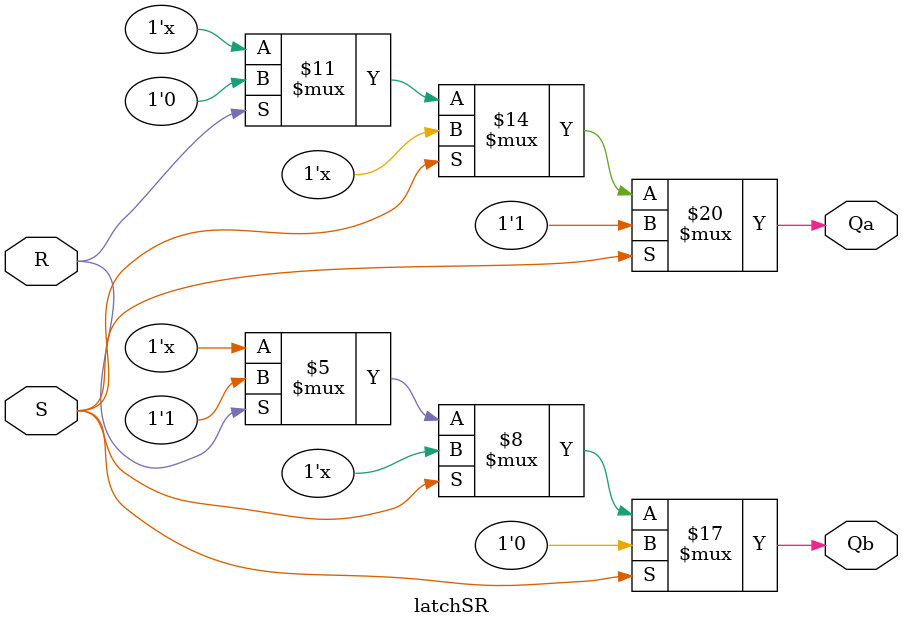
<source format=v>
module latchSR
(
    S,
    R,
    Qa,
    Qb
);

    input S;
    input R;
    output reg Qa;
    output reg Qb;

    always @ * begin
        if (S == 1) begin
            Qa = 1;
            Qb = 0;
        end
        else if (R == 1) begin
            Qa = 0;
            Qb = 1;
        end
        else begin
            Qa = Qa;
            Qb = Qb;
        end
    end

endmodule

</source>
